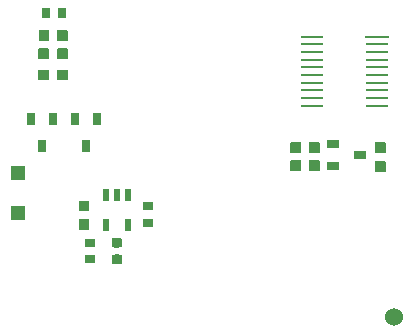
<source format=gbp>
G04*
G04 #@! TF.GenerationSoftware,Altium Limited,Altium Designer,20.0.2 (26)*
G04*
G04 Layer_Color=128*
%FSLAX25Y25*%
%MOIN*%
G70*
G01*
G75*
%ADD17R,0.03150X0.03543*%
%ADD25R,0.03175X0.03402*%
%ADD27R,0.03543X0.03150*%
%ADD28C,0.06000*%
%ADD30R,0.03402X0.03175*%
%ADD65R,0.02362X0.03937*%
%ADD66R,0.05118X0.05118*%
%ADD67O,0.07874X0.00984*%
%ADD68R,0.07874X0.00984*%
%ADD69R,0.03937X0.03150*%
%ADD70R,0.03150X0.03937*%
%ADD71R,0.03402X0.03150*%
G36*
X31575Y44802D02*
X30677D01*
Y43306D01*
X29378D01*
Y44802D01*
X28425D01*
X28228Y44606D01*
Y41495D01*
X28425Y41298D01*
X31575D01*
X31772Y41495D01*
Y44606D01*
X31575Y44802D01*
D02*
G37*
G36*
X31772Y50905D02*
Y47755D01*
X31575Y47558D01*
X30677D01*
Y49015D01*
X29378D01*
Y47558D01*
X28425D01*
X28228Y47755D01*
Y50905D01*
X28425Y51102D01*
X31575D01*
X31772Y50905D01*
D02*
G37*
G36*
X18258Y91384D02*
Y92282D01*
X16762D01*
Y93581D01*
X18258D01*
Y94534D01*
X18061Y94731D01*
X14951D01*
X14754Y94534D01*
Y91384D01*
X14951Y91187D01*
X18061D01*
X18258Y91384D01*
D02*
G37*
G36*
X24360Y91187D02*
X21211D01*
X21014Y91384D01*
Y92282D01*
X22470D01*
Y93581D01*
X21014D01*
Y94534D01*
X21211Y94731D01*
X24360D01*
X24557Y94534D01*
Y91384D01*
X24360Y91187D01*
D02*
G37*
G36*
X14951Y101872D02*
X18100D01*
X18297Y101675D01*
Y100777D01*
X16840D01*
Y99478D01*
X18297D01*
Y98525D01*
X18100Y98328D01*
X14951D01*
X14754Y98525D01*
Y101675D01*
X14951Y101872D01*
D02*
G37*
G36*
X14995Y107972D02*
X18145D01*
X18342Y107775D01*
Y106877D01*
X16885D01*
Y105578D01*
X18342D01*
Y104625D01*
X18145Y104428D01*
X14995D01*
X14798Y104625D01*
Y107775D01*
X14995Y107972D01*
D02*
G37*
G36*
X21053Y101675D02*
Y100777D01*
X22549D01*
Y99478D01*
X21053D01*
Y98525D01*
X21250Y98328D01*
X24360D01*
X24557Y98525D01*
Y101675D01*
X24360Y101872D01*
X21250D01*
X21053Y101675D01*
D02*
G37*
G36*
X21098Y107775D02*
Y106877D01*
X22594D01*
Y105578D01*
X21098D01*
Y104625D01*
X21294Y104428D01*
X24405D01*
X24601Y104625D01*
Y107775D01*
X24405Y107972D01*
X21294D01*
X21098Y107775D01*
D02*
G37*
G36*
X40293Y33261D02*
X41381D01*
X42538Y32181D01*
Y30200D01*
X42286Y29948D01*
X39388D01*
X39136Y30200D01*
Y32181D01*
X40293Y33261D01*
D02*
G37*
G36*
X40337Y35291D02*
X41426D01*
X42582Y36370D01*
Y38352D01*
X42330Y38603D01*
X39433D01*
X39181Y38352D01*
Y36370D01*
X40337Y35291D01*
D02*
G37*
G36*
X98902Y64672D02*
X102051D01*
X102248Y64475D01*
Y63578D01*
X100792D01*
Y62278D01*
X102248D01*
Y61326D01*
X102051Y61129D01*
X98902D01*
X98705Y61326D01*
Y64475D01*
X98902Y64672D01*
D02*
G37*
G36*
X98861Y70672D02*
X102010D01*
X102207Y70475D01*
Y69577D01*
X100751D01*
Y68278D01*
X102207D01*
Y67325D01*
X102010Y67128D01*
X98861D01*
X98664Y67325D01*
Y70475D01*
X98861Y70672D01*
D02*
G37*
G36*
X105004Y64475D02*
Y63578D01*
X106500D01*
Y62278D01*
X105004D01*
Y61326D01*
X105201Y61129D01*
X108311D01*
X108508Y61326D01*
Y64475D01*
X108311Y64672D01*
X105201D01*
X105004Y64475D01*
D02*
G37*
G36*
X104963Y70475D02*
Y69577D01*
X106459D01*
Y68278D01*
X104963D01*
Y67325D01*
X105160Y67128D01*
X108270D01*
X108467Y67325D01*
Y70475D01*
X108270Y70672D01*
X105160D01*
X104963Y70475D01*
D02*
G37*
G36*
X130275Y64237D02*
X129377D01*
Y62741D01*
X128078D01*
Y64237D01*
X127125D01*
X126928Y64040D01*
Y60930D01*
X127125Y60733D01*
X130275D01*
X130472Y60930D01*
Y64040D01*
X130275Y64237D01*
D02*
G37*
G36*
X130472Y70339D02*
Y67190D01*
X130275Y66993D01*
X129377D01*
Y68449D01*
X128078D01*
Y66993D01*
X127125D01*
X126928Y67190D01*
Y70339D01*
X127125Y70536D01*
X130275D01*
X130472Y70339D01*
D02*
G37*
D17*
X22700Y113500D02*
D03*
X17189D02*
D03*
D25*
X16690Y92959D02*
D03*
X22621D02*
D03*
X106531Y68900D02*
D03*
X100600D02*
D03*
X106572Y62901D02*
D03*
X100641D02*
D03*
X22621Y100100D02*
D03*
X16690D02*
D03*
X22666Y106200D02*
D03*
X16735D02*
D03*
D27*
X51400Y49175D02*
D03*
Y43664D02*
D03*
X32000Y31545D02*
D03*
Y37056D02*
D03*
D28*
X133400Y12300D02*
D03*
D30*
X30000Y43235D02*
D03*
Y49165D02*
D03*
X128700Y68600D02*
D03*
Y62669D02*
D03*
D65*
X37161Y42815D02*
D03*
X44640Y42816D02*
D03*
X44640Y53052D02*
D03*
X40900Y53052D02*
D03*
X37160Y53052D02*
D03*
D66*
X7800Y47040D02*
D03*
Y60426D02*
D03*
D67*
X127540Y98077D02*
D03*
Y95518D02*
D03*
Y92959D02*
D03*
Y90400D02*
D03*
Y87841D02*
D03*
Y85281D02*
D03*
X105886Y95518D02*
D03*
Y92959D02*
D03*
Y90400D02*
D03*
Y87841D02*
D03*
Y85282D02*
D03*
Y82722D02*
D03*
X127540D02*
D03*
X105886Y105754D02*
D03*
Y103195D02*
D03*
X127540Y100636D02*
D03*
Y103195D02*
D03*
X105886Y98077D02*
D03*
Y100636D02*
D03*
D68*
X127540Y105754D02*
D03*
D69*
X112979Y62660D02*
D03*
X122034Y66400D02*
D03*
X112979Y70141D02*
D03*
D70*
X34384Y78327D02*
D03*
X30643Y69272D02*
D03*
X26903Y78327D02*
D03*
X12303Y78427D02*
D03*
X16044Y69372D02*
D03*
X19784Y78427D02*
D03*
D71*
X40900Y31545D02*
D03*
Y37056D02*
D03*
M02*

</source>
